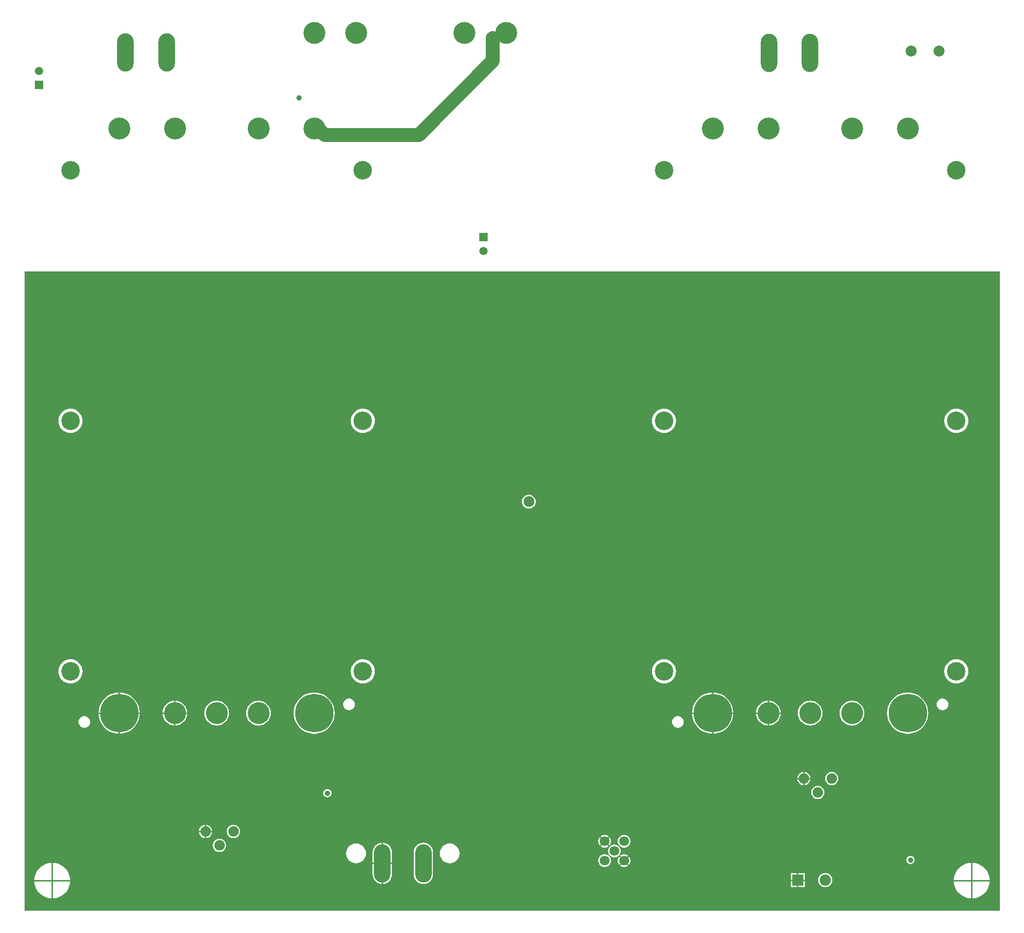
<source format=gbl>
G04*
G04 #@! TF.GenerationSoftware,Altium Limited,Altium Designer,19.0.15 (446)*
G04*
G04 Layer_Physical_Order=2*
G04 Layer_Color=16711680*
%FSLAX25Y25*%
%MOIN*%
G70*
G01*
G75*
%ADD35C,0.07795*%
%ADD36C,0.10000*%
%ADD37C,0.05906*%
%ADD38R,0.05906X0.05906*%
%ADD39C,0.15748*%
%ADD40O,0.11811X0.27559*%
%ADD41R,0.08071X0.08071*%
%ADD42C,0.08071*%
%ADD43C,0.03937*%
%ADD44C,0.07500*%
%ADD45C,0.27559*%
%ADD46C,0.13307*%
%ADD47C,0.07874*%
%ADD48C,0.07087*%
G36*
X700000Y0D02*
X0D01*
Y459500D01*
X700000D01*
Y0D01*
D02*
G37*
%LPC*%
G36*
X668921Y360719D02*
X667220Y360552D01*
X665585Y360055D01*
X664077Y359250D01*
X662756Y358165D01*
X661671Y356844D01*
X660866Y355337D01*
X660370Y353701D01*
X660202Y352000D01*
X660370Y350299D01*
X660866Y348663D01*
X661671Y347156D01*
X662756Y345835D01*
X664077Y344750D01*
X665585Y343945D01*
X667220Y343448D01*
X668921Y343281D01*
X670622Y343448D01*
X672258Y343945D01*
X673765Y344750D01*
X675087Y345835D01*
X676171Y347156D01*
X676977Y348663D01*
X677473Y350299D01*
X677640Y352000D01*
X677473Y353701D01*
X676977Y355337D01*
X676171Y356844D01*
X675087Y358165D01*
X673765Y359250D01*
X672258Y360055D01*
X670622Y360552D01*
X668921Y360719D01*
D02*
G37*
G36*
X459079D02*
X457378Y360552D01*
X455742Y360055D01*
X454235Y359250D01*
X452913Y358165D01*
X451829Y356844D01*
X451023Y355337D01*
X450527Y353701D01*
X450360Y352000D01*
X450527Y350299D01*
X451023Y348663D01*
X451829Y347156D01*
X452913Y345835D01*
X454235Y344750D01*
X455742Y343945D01*
X457378Y343448D01*
X459079Y343281D01*
X460780Y343448D01*
X462416Y343945D01*
X463923Y344750D01*
X465244Y345835D01*
X466328Y347156D01*
X467134Y348663D01*
X467630Y350299D01*
X467798Y352000D01*
X467630Y353701D01*
X467134Y355337D01*
X466328Y356844D01*
X465244Y358165D01*
X463923Y359250D01*
X462416Y360055D01*
X460780Y360552D01*
X459079Y360719D01*
D02*
G37*
G36*
X242921D02*
X241220Y360552D01*
X239584Y360055D01*
X238077Y359250D01*
X236756Y358165D01*
X235671Y356844D01*
X234866Y355337D01*
X234370Y353701D01*
X234202Y352000D01*
X234370Y350299D01*
X234866Y348663D01*
X235671Y347156D01*
X236756Y345835D01*
X238077Y344750D01*
X239584Y343945D01*
X241220Y343448D01*
X242921Y343281D01*
X244622Y343448D01*
X246258Y343945D01*
X247765Y344750D01*
X249087Y345835D01*
X250171Y347156D01*
X250977Y348663D01*
X251473Y350299D01*
X251640Y352000D01*
X251473Y353701D01*
X250977Y355337D01*
X250171Y356844D01*
X249087Y358165D01*
X247765Y359250D01*
X246258Y360055D01*
X244622Y360552D01*
X242921Y360719D01*
D02*
G37*
G36*
X33079D02*
X31378Y360552D01*
X29742Y360055D01*
X28235Y359250D01*
X26913Y358165D01*
X25829Y356844D01*
X25023Y355337D01*
X24527Y353701D01*
X24360Y352000D01*
X24527Y350299D01*
X25023Y348663D01*
X25829Y347156D01*
X26913Y345835D01*
X28235Y344750D01*
X29742Y343945D01*
X31378Y343448D01*
X33079Y343281D01*
X34780Y343448D01*
X36415Y343945D01*
X37923Y344750D01*
X39244Y345835D01*
X40328Y347156D01*
X41134Y348663D01*
X41630Y350299D01*
X41798Y352000D01*
X41630Y353701D01*
X41134Y355337D01*
X40328Y356844D01*
X39244Y358165D01*
X37923Y359250D01*
X36415Y360055D01*
X34780Y360552D01*
X33079Y360719D01*
D02*
G37*
G36*
X362094Y298897D02*
X360816Y298728D01*
X359624Y298235D01*
X358601Y297450D01*
X357816Y296427D01*
X357323Y295235D01*
X357154Y293957D01*
X357323Y292678D01*
X357816Y291487D01*
X358601Y290464D01*
X359624Y289679D01*
X360816Y289185D01*
X362094Y289017D01*
X363373Y289185D01*
X364564Y289679D01*
X365587Y290464D01*
X366372Y291487D01*
X366866Y292678D01*
X367034Y293957D01*
X366866Y295235D01*
X366372Y296427D01*
X365587Y297450D01*
X364564Y298235D01*
X363373Y298728D01*
X362094Y298897D01*
D02*
G37*
G36*
X668921Y180719D02*
X667220Y180552D01*
X665585Y180055D01*
X664077Y179250D01*
X662756Y178165D01*
X661671Y176844D01*
X660866Y175337D01*
X660370Y173701D01*
X660202Y172000D01*
X660370Y170299D01*
X660866Y168663D01*
X661671Y167156D01*
X662756Y165835D01*
X664077Y164750D01*
X665585Y163945D01*
X667220Y163448D01*
X668921Y163281D01*
X670622Y163448D01*
X672258Y163945D01*
X673765Y164750D01*
X675087Y165835D01*
X676171Y167156D01*
X676977Y168663D01*
X677473Y170299D01*
X677640Y172000D01*
X677473Y173701D01*
X676977Y175337D01*
X676171Y176844D01*
X675087Y178165D01*
X673765Y179250D01*
X672258Y180055D01*
X670622Y180552D01*
X668921Y180719D01*
D02*
G37*
G36*
X459079D02*
X457378Y180552D01*
X455742Y180055D01*
X454235Y179250D01*
X452913Y178165D01*
X451829Y176844D01*
X451023Y175337D01*
X450527Y173701D01*
X450360Y172000D01*
X450527Y170299D01*
X451023Y168663D01*
X451829Y167156D01*
X452913Y165835D01*
X454235Y164750D01*
X455742Y163945D01*
X457378Y163448D01*
X459079Y163281D01*
X460780Y163448D01*
X462416Y163945D01*
X463923Y164750D01*
X465244Y165835D01*
X466328Y167156D01*
X467134Y168663D01*
X467630Y170299D01*
X467798Y172000D01*
X467630Y173701D01*
X467134Y175337D01*
X466328Y176844D01*
X465244Y178165D01*
X463923Y179250D01*
X462416Y180055D01*
X460780Y180552D01*
X459079Y180719D01*
D02*
G37*
G36*
X242921D02*
X241220Y180552D01*
X239584Y180055D01*
X238077Y179250D01*
X236756Y178165D01*
X235671Y176844D01*
X234866Y175337D01*
X234370Y173701D01*
X234202Y172000D01*
X234370Y170299D01*
X234866Y168663D01*
X235671Y167156D01*
X236756Y165835D01*
X238077Y164750D01*
X239584Y163945D01*
X241220Y163448D01*
X242921Y163281D01*
X244622Y163448D01*
X246258Y163945D01*
X247765Y164750D01*
X249087Y165835D01*
X250171Y167156D01*
X250977Y168663D01*
X251473Y170299D01*
X251640Y172000D01*
X251473Y173701D01*
X250977Y175337D01*
X250171Y176844D01*
X249087Y178165D01*
X247765Y179250D01*
X246258Y180055D01*
X244622Y180552D01*
X242921Y180719D01*
D02*
G37*
G36*
X33079D02*
X31378Y180552D01*
X29742Y180055D01*
X28235Y179250D01*
X26913Y178165D01*
X25829Y176844D01*
X25023Y175337D01*
X24527Y173701D01*
X24360Y172000D01*
X24527Y170299D01*
X25023Y168663D01*
X25829Y167156D01*
X26913Y165835D01*
X28235Y164750D01*
X29742Y163945D01*
X31378Y163448D01*
X33079Y163281D01*
X34780Y163448D01*
X36415Y163945D01*
X37923Y164750D01*
X39244Y165835D01*
X40328Y167156D01*
X41134Y168663D01*
X41630Y170299D01*
X41798Y172000D01*
X41630Y173701D01*
X41134Y175337D01*
X40328Y176844D01*
X39244Y178165D01*
X37923Y179250D01*
X36415Y180055D01*
X34780Y180552D01*
X33079Y180719D01*
D02*
G37*
G36*
X659000Y152536D02*
X657904Y152392D01*
X656882Y151969D01*
X656004Y151295D01*
X655331Y150418D01*
X654908Y149396D01*
X654764Y148300D01*
X654908Y147204D01*
X655331Y146182D01*
X656004Y145305D01*
X656882Y144631D01*
X657904Y144208D01*
X659000Y144064D01*
X660096Y144208D01*
X661118Y144631D01*
X661996Y145305D01*
X662669Y146182D01*
X663092Y147204D01*
X663236Y148300D01*
X663092Y149396D01*
X662669Y150418D01*
X661996Y151295D01*
X661118Y151969D01*
X660096Y152392D01*
X659000Y152536D01*
D02*
G37*
G36*
X233000D02*
X231904Y152392D01*
X230882Y151969D01*
X230005Y151295D01*
X229331Y150418D01*
X228908Y149396D01*
X228764Y148300D01*
X228908Y147204D01*
X229331Y146182D01*
X230005Y145305D01*
X230882Y144631D01*
X231904Y144208D01*
X233000Y144064D01*
X234096Y144208D01*
X235118Y144631D01*
X235996Y145305D01*
X236669Y146182D01*
X237092Y147204D01*
X237236Y148300D01*
X237092Y149396D01*
X236669Y150418D01*
X235996Y151295D01*
X235118Y151969D01*
X234096Y152392D01*
X233000Y152536D01*
D02*
G37*
G36*
X534500Y150868D02*
Y142500D01*
X542868D01*
X542746Y143740D01*
X542238Y145412D01*
X541414Y146954D01*
X540305Y148305D01*
X538954Y149414D01*
X537412Y150238D01*
X535740Y150746D01*
X534500Y150868D01*
D02*
G37*
G36*
X533500D02*
X532260Y150746D01*
X530588Y150238D01*
X529046Y149414D01*
X527695Y148305D01*
X526586Y146954D01*
X525762Y145412D01*
X525254Y143740D01*
X525132Y142500D01*
X533500D01*
Y150868D01*
D02*
G37*
G36*
X494500Y156786D02*
Y142500D01*
X508786D01*
X508643Y144319D01*
X508100Y146581D01*
X507209Y148731D01*
X505994Y150714D01*
X504483Y152483D01*
X502714Y153994D01*
X500731Y155209D01*
X498581Y156100D01*
X496319Y156643D01*
X494500Y156786D01*
D02*
G37*
G36*
X493500D02*
X491681Y156643D01*
X489419Y156100D01*
X487269Y155209D01*
X485286Y153994D01*
X483517Y152483D01*
X482006Y150714D01*
X480791Y148731D01*
X479900Y146581D01*
X479357Y144319D01*
X479214Y142500D01*
X493500D01*
Y156786D01*
D02*
G37*
G36*
X108500Y150868D02*
Y142500D01*
X116868D01*
X116746Y143740D01*
X116238Y145412D01*
X115414Y146954D01*
X114305Y148305D01*
X112954Y149414D01*
X111412Y150238D01*
X109740Y150746D01*
X108500Y150868D01*
D02*
G37*
G36*
X107500D02*
X106260Y150746D01*
X104588Y150238D01*
X103046Y149414D01*
X101695Y148305D01*
X100586Y146954D01*
X99762Y145412D01*
X99254Y143740D01*
X99132Y142500D01*
X107500D01*
Y150868D01*
D02*
G37*
G36*
X68500Y156786D02*
Y142500D01*
X82786D01*
X82643Y144319D01*
X82100Y146581D01*
X81209Y148731D01*
X79994Y150714D01*
X78483Y152483D01*
X76714Y153994D01*
X74730Y155209D01*
X72581Y156100D01*
X70319Y156643D01*
X68500Y156786D01*
D02*
G37*
G36*
X67500D02*
X65681Y156643D01*
X63419Y156100D01*
X61269Y155209D01*
X59286Y153994D01*
X57517Y152483D01*
X56006Y150714D01*
X54791Y148731D01*
X53900Y146581D01*
X53357Y144319D01*
X53214Y142500D01*
X67500D01*
Y156786D01*
D02*
G37*
G36*
X542868Y141500D02*
X534500D01*
Y133132D01*
X535740Y133254D01*
X537412Y133762D01*
X538954Y134586D01*
X540305Y135695D01*
X541414Y137046D01*
X542238Y138588D01*
X542746Y140260D01*
X542868Y141500D01*
D02*
G37*
G36*
X533500D02*
X525132D01*
X525254Y140260D01*
X525762Y138588D01*
X526586Y137046D01*
X527695Y135695D01*
X529046Y134586D01*
X530588Y133762D01*
X532260Y133254D01*
X533500Y133132D01*
Y141500D01*
D02*
G37*
G36*
X116868D02*
X108500D01*
Y133132D01*
X109740Y133254D01*
X111412Y133762D01*
X112954Y134586D01*
X114305Y135695D01*
X115414Y137046D01*
X116238Y138588D01*
X116746Y140260D01*
X116868Y141500D01*
D02*
G37*
G36*
X107500D02*
X99132D01*
X99254Y140260D01*
X99762Y138588D01*
X100586Y137046D01*
X101695Y135695D01*
X103046Y134586D01*
X104588Y133762D01*
X106260Y133254D01*
X107500Y133132D01*
Y141500D01*
D02*
G37*
G36*
X594000Y150917D02*
X592260Y150746D01*
X590588Y150238D01*
X589046Y149414D01*
X587695Y148305D01*
X586586Y146954D01*
X585762Y145412D01*
X585254Y143740D01*
X585083Y142000D01*
X585254Y140260D01*
X585762Y138588D01*
X586586Y137046D01*
X587695Y135695D01*
X589046Y134586D01*
X590588Y133762D01*
X592260Y133254D01*
X594000Y133083D01*
X595740Y133254D01*
X597412Y133762D01*
X598954Y134586D01*
X600305Y135695D01*
X601414Y137046D01*
X602238Y138588D01*
X602746Y140260D01*
X602917Y142000D01*
X602746Y143740D01*
X602238Y145412D01*
X601414Y146954D01*
X600305Y148305D01*
X598954Y149414D01*
X597412Y150238D01*
X595740Y150746D01*
X594000Y150917D01*
D02*
G37*
G36*
X564000D02*
X562260Y150746D01*
X560588Y150238D01*
X559046Y149414D01*
X557695Y148305D01*
X556586Y146954D01*
X555762Y145412D01*
X555254Y143740D01*
X555083Y142000D01*
X555254Y140260D01*
X555762Y138588D01*
X556586Y137046D01*
X557695Y135695D01*
X559046Y134586D01*
X560588Y133762D01*
X562260Y133254D01*
X564000Y133083D01*
X565740Y133254D01*
X567412Y133762D01*
X568954Y134586D01*
X570305Y135695D01*
X571414Y137046D01*
X572238Y138588D01*
X572746Y140260D01*
X572917Y142000D01*
X572746Y143740D01*
X572238Y145412D01*
X571414Y146954D01*
X570305Y148305D01*
X568954Y149414D01*
X567412Y150238D01*
X565740Y150746D01*
X564000Y150917D01*
D02*
G37*
G36*
X168000D02*
X166260Y150746D01*
X164588Y150238D01*
X163046Y149414D01*
X161695Y148305D01*
X160586Y146954D01*
X159762Y145412D01*
X159254Y143740D01*
X159083Y142000D01*
X159254Y140260D01*
X159762Y138588D01*
X160586Y137046D01*
X161695Y135695D01*
X163046Y134586D01*
X164588Y133762D01*
X166260Y133254D01*
X168000Y133083D01*
X169740Y133254D01*
X171412Y133762D01*
X172954Y134586D01*
X174305Y135695D01*
X175414Y137046D01*
X176238Y138588D01*
X176746Y140260D01*
X176917Y142000D01*
X176746Y143740D01*
X176238Y145412D01*
X175414Y146954D01*
X174305Y148305D01*
X172954Y149414D01*
X171412Y150238D01*
X169740Y150746D01*
X168000Y150917D01*
D02*
G37*
G36*
X138000D02*
X136260Y150746D01*
X134588Y150238D01*
X133046Y149414D01*
X131695Y148305D01*
X130586Y146954D01*
X129762Y145412D01*
X129254Y143740D01*
X129083Y142000D01*
X129254Y140260D01*
X129762Y138588D01*
X130586Y137046D01*
X131695Y135695D01*
X133046Y134586D01*
X134588Y133762D01*
X136260Y133254D01*
X138000Y133083D01*
X139740Y133254D01*
X141412Y133762D01*
X142954Y134586D01*
X144305Y135695D01*
X145414Y137046D01*
X146238Y138588D01*
X146746Y140260D01*
X146917Y142000D01*
X146746Y143740D01*
X146238Y145412D01*
X145414Y146954D01*
X144305Y148305D01*
X142954Y149414D01*
X141412Y150238D01*
X139740Y150746D01*
X138000Y150917D01*
D02*
G37*
G36*
X469000Y139936D02*
X467904Y139792D01*
X466882Y139369D01*
X466005Y138696D01*
X465331Y137818D01*
X464908Y136796D01*
X464764Y135700D01*
X464908Y134604D01*
X465331Y133582D01*
X466005Y132704D01*
X466882Y132031D01*
X467904Y131608D01*
X469000Y131464D01*
X470096Y131608D01*
X471118Y132031D01*
X471995Y132704D01*
X472669Y133582D01*
X473092Y134604D01*
X473236Y135700D01*
X473092Y136796D01*
X472669Y137818D01*
X471995Y138696D01*
X471118Y139369D01*
X470096Y139792D01*
X469000Y139936D01*
D02*
G37*
G36*
X43000D02*
X41904Y139792D01*
X40882Y139369D01*
X40005Y138696D01*
X39331Y137818D01*
X38908Y136796D01*
X38764Y135700D01*
X38908Y134604D01*
X39331Y133582D01*
X40005Y132704D01*
X40882Y132031D01*
X41904Y131608D01*
X43000Y131464D01*
X44096Y131608D01*
X45118Y132031D01*
X45996Y132704D01*
X46669Y133582D01*
X47092Y134604D01*
X47236Y135700D01*
X47092Y136796D01*
X46669Y137818D01*
X45996Y138696D01*
X45118Y139369D01*
X44096Y139792D01*
X43000Y139936D01*
D02*
G37*
G36*
X508786Y141500D02*
X494500D01*
Y127214D01*
X496319Y127357D01*
X498581Y127900D01*
X500731Y128791D01*
X502714Y130006D01*
X504483Y131517D01*
X505994Y133286D01*
X507209Y135269D01*
X508100Y137419D01*
X508643Y139681D01*
X508786Y141500D01*
D02*
G37*
G36*
X493500D02*
X479214D01*
X479357Y139681D01*
X479900Y137419D01*
X480791Y135269D01*
X482006Y133286D01*
X483517Y131517D01*
X485286Y130006D01*
X487269Y128791D01*
X489419Y127900D01*
X491681Y127357D01*
X493500Y127214D01*
Y141500D01*
D02*
G37*
G36*
X82786D02*
X68500D01*
Y127214D01*
X70319Y127357D01*
X72581Y127900D01*
X74730Y128791D01*
X76714Y130006D01*
X78483Y131517D01*
X79994Y133286D01*
X81209Y135269D01*
X82100Y137419D01*
X82643Y139681D01*
X82786Y141500D01*
D02*
G37*
G36*
X67500D02*
X53214D01*
X53357Y139681D01*
X53900Y137419D01*
X54791Y135269D01*
X56006Y133286D01*
X57517Y131517D01*
X59286Y130006D01*
X61269Y128791D01*
X63419Y127900D01*
X65681Y127357D01*
X67500Y127214D01*
Y141500D01*
D02*
G37*
G36*
X634000Y156825D02*
X631681Y156643D01*
X629419Y156100D01*
X627270Y155209D01*
X625286Y153994D01*
X623517Y152483D01*
X622006Y150714D01*
X620791Y148731D01*
X619900Y146581D01*
X619357Y144319D01*
X619175Y142000D01*
X619357Y139681D01*
X619900Y137419D01*
X620791Y135269D01*
X622006Y133286D01*
X623517Y131517D01*
X625286Y130006D01*
X627270Y128791D01*
X629419Y127900D01*
X631681Y127357D01*
X634000Y127175D01*
X636319Y127357D01*
X638581Y127900D01*
X640730Y128791D01*
X642714Y130006D01*
X644483Y131517D01*
X645994Y133286D01*
X647209Y135269D01*
X648100Y137419D01*
X648643Y139681D01*
X648825Y142000D01*
X648643Y144319D01*
X648100Y146581D01*
X647209Y148731D01*
X645994Y150714D01*
X644483Y152483D01*
X642714Y153994D01*
X640730Y155209D01*
X638581Y156100D01*
X636319Y156643D01*
X634000Y156825D01*
D02*
G37*
G36*
X208000D02*
X205681Y156643D01*
X203419Y156100D01*
X201270Y155209D01*
X199286Y153994D01*
X197517Y152483D01*
X196006Y150714D01*
X194791Y148731D01*
X193900Y146581D01*
X193357Y144319D01*
X193175Y142000D01*
X193357Y139681D01*
X193900Y137419D01*
X194791Y135269D01*
X196006Y133286D01*
X197517Y131517D01*
X199286Y130006D01*
X201270Y128791D01*
X203419Y127900D01*
X205681Y127357D01*
X208000Y127175D01*
X210319Y127357D01*
X212581Y127900D01*
X214731Y128791D01*
X216714Y130006D01*
X218483Y131517D01*
X219994Y133286D01*
X221209Y135269D01*
X222100Y137419D01*
X222643Y139681D01*
X222825Y142000D01*
X222643Y144319D01*
X222100Y146581D01*
X221209Y148731D01*
X219994Y150714D01*
X218483Y152483D01*
X216714Y153994D01*
X214731Y155209D01*
X212581Y156100D01*
X210319Y156643D01*
X208000Y156825D01*
D02*
G37*
G36*
X560000Y99725D02*
Y95500D01*
X564225D01*
X564128Y96240D01*
X563649Y97395D01*
X562888Y98388D01*
X561896Y99149D01*
X560740Y99628D01*
X560000Y99725D01*
D02*
G37*
G36*
X559000D02*
X558260Y99628D01*
X557104Y99149D01*
X556112Y98388D01*
X555351Y97395D01*
X554872Y96240D01*
X554775Y95500D01*
X559000D01*
Y99725D01*
D02*
G37*
G36*
X564225Y94500D02*
X560000D01*
Y90275D01*
X560740Y90372D01*
X561896Y90851D01*
X562888Y91612D01*
X563649Y92605D01*
X564128Y93760D01*
X564225Y94500D01*
D02*
G37*
G36*
X559000D02*
X554775D01*
X554872Y93760D01*
X555351Y92605D01*
X556112Y91612D01*
X557104Y90851D01*
X558260Y90372D01*
X559000Y90275D01*
Y94500D01*
D02*
G37*
G36*
X579500Y99791D02*
X578260Y99628D01*
X577105Y99149D01*
X576112Y98388D01*
X575351Y97395D01*
X574872Y96240D01*
X574709Y95000D01*
X574872Y93760D01*
X575351Y92605D01*
X576112Y91612D01*
X577105Y90851D01*
X578260Y90372D01*
X579500Y90209D01*
X580740Y90372D01*
X581895Y90851D01*
X582888Y91612D01*
X583649Y92605D01*
X584128Y93760D01*
X584291Y95000D01*
X584128Y96240D01*
X583649Y97395D01*
X582888Y98388D01*
X581895Y99149D01*
X580740Y99628D01*
X579500Y99791D01*
D02*
G37*
G36*
X217500Y87494D02*
X216725Y87392D01*
X216003Y87093D01*
X215383Y86617D01*
X214907Y85997D01*
X214608Y85275D01*
X214506Y84500D01*
X214608Y83725D01*
X214907Y83003D01*
X215383Y82383D01*
X216003Y81907D01*
X216725Y81608D01*
X217500Y81506D01*
X218275Y81608D01*
X218997Y81907D01*
X219617Y82383D01*
X220093Y83003D01*
X220392Y83725D01*
X220494Y84500D01*
X220392Y85275D01*
X220093Y85997D01*
X219617Y86617D01*
X218997Y87093D01*
X218275Y87392D01*
X217500Y87494D01*
D02*
G37*
G36*
X569500Y89791D02*
X568260Y89628D01*
X567104Y89149D01*
X566112Y88388D01*
X565351Y87396D01*
X564872Y86240D01*
X564709Y85000D01*
X564872Y83760D01*
X565351Y82604D01*
X566112Y81612D01*
X567104Y80851D01*
X568260Y80372D01*
X569500Y80209D01*
X570740Y80372D01*
X571896Y80851D01*
X572888Y81612D01*
X573649Y82604D01*
X574128Y83760D01*
X574291Y85000D01*
X574128Y86240D01*
X573649Y87396D01*
X572888Y88388D01*
X571896Y89149D01*
X570740Y89628D01*
X569500Y89791D01*
D02*
G37*
G36*
X130500Y61725D02*
Y57500D01*
X134725D01*
X134628Y58240D01*
X134149Y59395D01*
X133388Y60388D01*
X132396Y61149D01*
X131240Y61628D01*
X130500Y61725D01*
D02*
G37*
G36*
X129500D02*
X128760Y61628D01*
X127604Y61149D01*
X126612Y60388D01*
X125851Y59395D01*
X125372Y58240D01*
X125275Y57500D01*
X129500D01*
Y61725D01*
D02*
G37*
G36*
X134725Y56500D02*
X130500D01*
Y52275D01*
X131240Y52372D01*
X132396Y52851D01*
X133388Y53612D01*
X134149Y54605D01*
X134628Y55760D01*
X134725Y56500D01*
D02*
G37*
G36*
X129500D02*
X125275D01*
X125372Y55760D01*
X125851Y54605D01*
X126612Y53612D01*
X127604Y52851D01*
X128760Y52372D01*
X129500Y52275D01*
Y56500D01*
D02*
G37*
G36*
X150000Y61791D02*
X148760Y61628D01*
X147605Y61149D01*
X146612Y60388D01*
X145851Y59395D01*
X145372Y58240D01*
X145209Y57000D01*
X145372Y55760D01*
X145851Y54605D01*
X146612Y53612D01*
X147605Y52851D01*
X148760Y52372D01*
X150000Y52209D01*
X151240Y52372D01*
X152395Y52851D01*
X153388Y53612D01*
X154149Y54605D01*
X154628Y55760D01*
X154791Y57000D01*
X154628Y58240D01*
X154149Y59395D01*
X153388Y60388D01*
X152395Y61149D01*
X151240Y61628D01*
X150000Y61791D01*
D02*
G37*
G36*
X416500Y54502D02*
X415314Y54346D01*
X414209Y53888D01*
X413660Y53467D01*
X416500Y50626D01*
X419340Y53467D01*
X418791Y53888D01*
X417686Y54346D01*
X416500Y54502D01*
D02*
G37*
G36*
X420047Y52760D02*
X417207Y49919D01*
X420047Y47079D01*
X420469Y47628D01*
X420926Y48733D01*
X421082Y49919D01*
X420926Y51105D01*
X420469Y52211D01*
X420047Y52760D01*
D02*
G37*
G36*
X412953D02*
X412531Y52211D01*
X412074Y51105D01*
X411917Y49919D01*
X412074Y48733D01*
X412531Y47628D01*
X412953Y47079D01*
X415793Y49919D01*
X412953Y52760D01*
D02*
G37*
G36*
X430419Y54502D02*
X429233Y54346D01*
X428128Y53888D01*
X427179Y53160D01*
X426451Y52211D01*
X425993Y51105D01*
X425837Y49919D01*
X425993Y48733D01*
X426451Y47628D01*
X427179Y46679D01*
X428128Y45951D01*
X429233Y45493D01*
X430419Y45337D01*
X431605Y45493D01*
X432711Y45951D01*
X433660Y46679D01*
X434388Y47628D01*
X434846Y48733D01*
X435002Y49919D01*
X434846Y51105D01*
X434388Y52211D01*
X433660Y53160D01*
X432711Y53888D01*
X431605Y54346D01*
X430419Y54502D01*
D02*
G37*
G36*
X416500Y49212D02*
X413660Y46372D01*
X414209Y45951D01*
X415314Y45493D01*
X416500Y45337D01*
X417686Y45493D01*
X418791Y45951D01*
X419340Y46372D01*
X416500Y49212D01*
D02*
G37*
G36*
X140000Y51791D02*
X138760Y51628D01*
X137604Y51149D01*
X136612Y50388D01*
X135851Y49395D01*
X135372Y48240D01*
X135209Y47000D01*
X135372Y45760D01*
X135851Y44605D01*
X136612Y43612D01*
X137604Y42851D01*
X138760Y42372D01*
X140000Y42209D01*
X141240Y42372D01*
X142395Y42851D01*
X143388Y43612D01*
X144149Y44605D01*
X144628Y45760D01*
X144791Y47000D01*
X144628Y48240D01*
X144149Y49395D01*
X143388Y50388D01*
X142395Y51149D01*
X141240Y51628D01*
X140000Y51791D01*
D02*
G37*
G36*
X423460Y47542D02*
X422274Y47386D01*
X421169Y46928D01*
X420220Y46200D01*
X419491Y45251D01*
X419033Y44146D01*
X418877Y42960D01*
X419033Y41774D01*
X419491Y40668D01*
X420220Y39720D01*
X421169Y38991D01*
X422274Y38533D01*
X423460Y38377D01*
X424646Y38533D01*
X425751Y38991D01*
X426700Y39720D01*
X427428Y40668D01*
X427886Y41774D01*
X428042Y42960D01*
X427886Y44146D01*
X427428Y45251D01*
X426700Y46200D01*
X425751Y46928D01*
X424646Y47386D01*
X423460Y47542D01*
D02*
G37*
G36*
X430419Y40582D02*
X429233Y40426D01*
X428128Y39969D01*
X427579Y39547D01*
X430419Y36707D01*
X433260Y39547D01*
X432711Y39969D01*
X431605Y40426D01*
X430419Y40582D01*
D02*
G37*
G36*
X257398Y48870D02*
Y34606D01*
X263837D01*
Y41980D01*
X263703Y43334D01*
X263308Y44636D01*
X262667Y45836D01*
X261804Y46887D01*
X260753Y47750D01*
X259553Y48391D01*
X258251Y48786D01*
X257398Y48870D01*
D02*
G37*
G36*
X256398D02*
X255544Y48786D01*
X254242Y48391D01*
X253043Y47750D01*
X251991Y46887D01*
X251128Y45836D01*
X250487Y44636D01*
X250092Y43334D01*
X249959Y41980D01*
Y34606D01*
X256398D01*
Y48870D01*
D02*
G37*
G36*
X305283Y48349D02*
X303891Y48212D01*
X302552Y47806D01*
X301318Y47147D01*
X300237Y46259D01*
X299349Y45178D01*
X298690Y43944D01*
X298284Y42605D01*
X298147Y41213D01*
X298284Y39820D01*
X298690Y38482D01*
X299349Y37248D01*
X300237Y36166D01*
X301318Y35279D01*
X302552Y34619D01*
X303891Y34213D01*
X305283Y34076D01*
X306676Y34213D01*
X308014Y34619D01*
X309248Y35279D01*
X310330Y36166D01*
X311217Y37248D01*
X311877Y38482D01*
X312283Y39820D01*
X312420Y41213D01*
X312283Y42605D01*
X311877Y43944D01*
X311217Y45178D01*
X310330Y46259D01*
X309248Y47147D01*
X308014Y47806D01*
X306676Y48212D01*
X305283Y48349D01*
D02*
G37*
G36*
X238000D02*
X236608Y48212D01*
X235269Y47806D01*
X234035Y47147D01*
X232954Y46259D01*
X232066Y45178D01*
X231406Y43944D01*
X231000Y42605D01*
X230863Y41213D01*
X231000Y39820D01*
X231406Y38482D01*
X232066Y37248D01*
X232954Y36166D01*
X234035Y35279D01*
X235269Y34619D01*
X236608Y34213D01*
X238000Y34076D01*
X239392Y34213D01*
X240731Y34619D01*
X241965Y35279D01*
X243046Y36166D01*
X243934Y37248D01*
X244594Y38482D01*
X245000Y39820D01*
X245137Y41213D01*
X245000Y42605D01*
X244594Y43944D01*
X243934Y45178D01*
X243046Y46259D01*
X241965Y47147D01*
X240731Y47806D01*
X239392Y48212D01*
X238000Y48349D01*
D02*
G37*
G36*
X636000Y39494D02*
X635225Y39392D01*
X634503Y39093D01*
X633883Y38617D01*
X633407Y37997D01*
X633108Y37275D01*
X633006Y36500D01*
X633108Y35725D01*
X633407Y35003D01*
X633883Y34383D01*
X634503Y33907D01*
X635225Y33608D01*
X636000Y33506D01*
X636775Y33608D01*
X637497Y33907D01*
X638117Y34383D01*
X638593Y35003D01*
X638892Y35725D01*
X638994Y36500D01*
X638892Y37275D01*
X638593Y37997D01*
X638117Y38617D01*
X637497Y39093D01*
X636775Y39392D01*
X636000Y39494D01*
D02*
G37*
G36*
X433967Y38840D02*
X431126Y36000D01*
X433967Y33160D01*
X434388Y33709D01*
X434846Y34814D01*
X435002Y36000D01*
X434846Y37186D01*
X434388Y38291D01*
X433967Y38840D01*
D02*
G37*
G36*
X426872D02*
X426451Y38291D01*
X425993Y37186D01*
X425837Y36000D01*
X425993Y34814D01*
X426451Y33709D01*
X426872Y33160D01*
X429712Y36000D01*
X426872Y38840D01*
D02*
G37*
G36*
X430419Y35293D02*
X427579Y32453D01*
X428128Y32031D01*
X429233Y31574D01*
X430419Y31418D01*
X431605Y31574D01*
X432711Y32031D01*
X433260Y32453D01*
X430419Y35293D01*
D02*
G37*
G36*
X416500Y40582D02*
X415314Y40426D01*
X414209Y39969D01*
X413260Y39240D01*
X412531Y38291D01*
X412074Y37186D01*
X411917Y36000D01*
X412074Y34814D01*
X412531Y33709D01*
X413260Y32760D01*
X414209Y32031D01*
X415314Y31574D01*
X416500Y31418D01*
X417686Y31574D01*
X418791Y32031D01*
X419740Y32760D01*
X420469Y33709D01*
X420926Y34814D01*
X421082Y36000D01*
X420926Y37186D01*
X420469Y38291D01*
X419740Y39240D01*
X418791Y39969D01*
X417686Y40426D01*
X416500Y40582D01*
D02*
G37*
G36*
X560193Y27035D02*
X555657D01*
Y22500D01*
X560193D01*
Y27035D01*
D02*
G37*
G36*
X554658D02*
X550122D01*
Y22500D01*
X554658D01*
Y27035D01*
D02*
G37*
G36*
X20500Y34504D02*
Y22193D01*
X32811D01*
X32692Y23703D01*
X32222Y25664D01*
X31450Y27527D01*
X30396Y29246D01*
X29087Y30780D01*
X27553Y32089D01*
X25834Y33143D01*
X23971Y33915D01*
X22010Y34385D01*
X20500Y34504D01*
D02*
G37*
G36*
X680500D02*
Y22193D01*
X692811D01*
X692692Y23703D01*
X692222Y25664D01*
X691450Y27527D01*
X690396Y29246D01*
X689087Y30780D01*
X687553Y32089D01*
X685834Y33143D01*
X683971Y33915D01*
X682010Y34385D01*
X680500Y34504D01*
D02*
G37*
G36*
X19500D02*
X17990Y34385D01*
X16029Y33915D01*
X14166Y33143D01*
X12447Y32089D01*
X10913Y30780D01*
X9604Y29246D01*
X8550Y27527D01*
X7778Y25664D01*
X7308Y23703D01*
X7189Y22193D01*
X19500D01*
Y34504D01*
D02*
G37*
G36*
X679500D02*
X677990Y34385D01*
X676029Y33915D01*
X674166Y33143D01*
X672447Y32089D01*
X670913Y30780D01*
X669604Y29246D01*
X668550Y27527D01*
X667778Y25664D01*
X667308Y23703D01*
X667189Y22193D01*
X679500D01*
Y34504D01*
D02*
G37*
G36*
X263837Y33606D02*
X257398D01*
Y19343D01*
X258251Y19427D01*
X259553Y19822D01*
X260753Y20463D01*
X261804Y21326D01*
X262667Y22377D01*
X263308Y23577D01*
X263703Y24879D01*
X263837Y26232D01*
Y33606D01*
D02*
G37*
G36*
X256398D02*
X249959D01*
Y26232D01*
X250092Y24879D01*
X250487Y23577D01*
X251128Y22377D01*
X251991Y21326D01*
X253043Y20463D01*
X254242Y19822D01*
X255544Y19427D01*
X256398Y19343D01*
Y33606D01*
D02*
G37*
G36*
X286386Y48919D02*
X285032Y48786D01*
X283730Y48391D01*
X282531Y47750D01*
X281479Y46887D01*
X280616Y45836D01*
X279975Y44636D01*
X279580Y43334D01*
X279447Y41980D01*
Y26232D01*
X279580Y24879D01*
X279975Y23577D01*
X280616Y22377D01*
X281479Y21326D01*
X282531Y20463D01*
X283730Y19822D01*
X285032Y19427D01*
X286386Y19294D01*
X287739Y19427D01*
X289041Y19822D01*
X290241Y20463D01*
X291292Y21326D01*
X292155Y22377D01*
X292796Y23577D01*
X293191Y24879D01*
X293325Y26232D01*
Y41980D01*
X293191Y43334D01*
X292796Y44636D01*
X292155Y45836D01*
X291292Y46887D01*
X290241Y47750D01*
X289041Y48391D01*
X287739Y48786D01*
X286386Y48919D01*
D02*
G37*
G36*
X560193Y21500D02*
X555657D01*
Y16965D01*
X560193D01*
Y21500D01*
D02*
G37*
G36*
X554658D02*
X550122D01*
Y16965D01*
X554658D01*
Y21500D01*
D02*
G37*
G36*
X574843Y27079D02*
X573528Y26906D01*
X572303Y26398D01*
X571251Y25591D01*
X570444Y24539D01*
X569937Y23314D01*
X569764Y22000D01*
X569937Y20685D01*
X570444Y19461D01*
X571251Y18409D01*
X572303Y17602D01*
X573528Y17094D01*
X574843Y16921D01*
X576157Y17094D01*
X577382Y17602D01*
X578434Y18409D01*
X579241Y19461D01*
X579748Y20685D01*
X579921Y22000D01*
X579748Y23314D01*
X579241Y24539D01*
X578434Y25591D01*
X577382Y26398D01*
X576157Y26906D01*
X574843Y27079D01*
D02*
G37*
G36*
X692811Y21193D02*
X680500D01*
Y8882D01*
X682010Y9001D01*
X683971Y9471D01*
X685834Y10243D01*
X687553Y11297D01*
X689087Y12606D01*
X690396Y14140D01*
X691450Y15859D01*
X692222Y17722D01*
X692692Y19683D01*
X692811Y21193D01*
D02*
G37*
G36*
X32811D02*
X20500D01*
Y8882D01*
X22010Y9001D01*
X23971Y9471D01*
X25834Y10243D01*
X27553Y11297D01*
X29087Y12606D01*
X30396Y14140D01*
X31450Y15859D01*
X32222Y17722D01*
X32692Y19683D01*
X32811Y21193D01*
D02*
G37*
G36*
X19500D02*
X7189D01*
X7308Y19683D01*
X7778Y17722D01*
X8550Y15859D01*
X9604Y14140D01*
X10913Y12606D01*
X12447Y11297D01*
X14166Y10243D01*
X16029Y9471D01*
X17990Y9001D01*
X19500Y8882D01*
Y21193D01*
D02*
G37*
G36*
X679500D02*
X667189D01*
X667308Y19683D01*
X667778Y17722D01*
X668550Y15859D01*
X669604Y14140D01*
X670913Y12606D01*
X672447Y11297D01*
X674166Y10243D01*
X676029Y9471D01*
X677990Y9001D01*
X679500Y8882D01*
Y21193D01*
D02*
G37*
%LPD*%
D35*
X362094Y293957D02*
D03*
D36*
X336303Y610803D02*
Y627181D01*
X283000Y557500D02*
X336303Y610803D01*
X215464Y557500D02*
X283000D01*
X210964Y562000D02*
X215464Y557500D01*
X208000Y562000D02*
X210964D01*
D37*
X10500Y603500D02*
D03*
X329500Y474000D02*
D03*
D38*
X10500Y593500D02*
D03*
X329500Y484000D02*
D03*
D39*
X208283Y630681D02*
D03*
X315803D02*
D03*
X345803D02*
D03*
X238283D02*
D03*
X494000Y562000D02*
D03*
X534000Y142000D02*
D03*
X564000D02*
D03*
X594000D02*
D03*
X534000Y562000D02*
D03*
X594000D02*
D03*
X634000D02*
D03*
X68000D02*
D03*
X108000Y142000D02*
D03*
X138000D02*
D03*
X168000D02*
D03*
X108000Y562000D02*
D03*
X168000D02*
D03*
X208000D02*
D03*
D40*
X563988Y616500D02*
D03*
X534500D02*
D03*
X72614Y616634D02*
D03*
X102102D02*
D03*
X286386Y34106D02*
D03*
X256898D02*
D03*
D41*
X555158Y22000D02*
D03*
D42*
X574843D02*
D03*
D43*
X217500Y84500D02*
D03*
X636000Y36500D02*
D03*
X197000Y584000D02*
D03*
D44*
X569500Y85000D02*
D03*
X579500Y95000D02*
D03*
X559500D02*
D03*
X140000Y47000D02*
D03*
X150000Y57000D02*
D03*
X130000D02*
D03*
D45*
X634000Y142000D02*
D03*
X494000D02*
D03*
X208000D02*
D03*
X68000D02*
D03*
D46*
X668921Y172000D02*
D03*
X459079Y352000D02*
D03*
X668921D02*
D03*
X459079Y172000D02*
D03*
X668921Y532000D02*
D03*
X459079D02*
D03*
X242921Y172000D02*
D03*
X33079Y352000D02*
D03*
X242921D02*
D03*
X33079Y172000D02*
D03*
X242921Y532000D02*
D03*
X33079D02*
D03*
D47*
X636343Y617657D02*
D03*
X656343D02*
D03*
D48*
X430419Y36000D02*
D03*
X416500D02*
D03*
Y49919D02*
D03*
X430419D02*
D03*
X423460Y42960D02*
D03*
M02*

</source>
